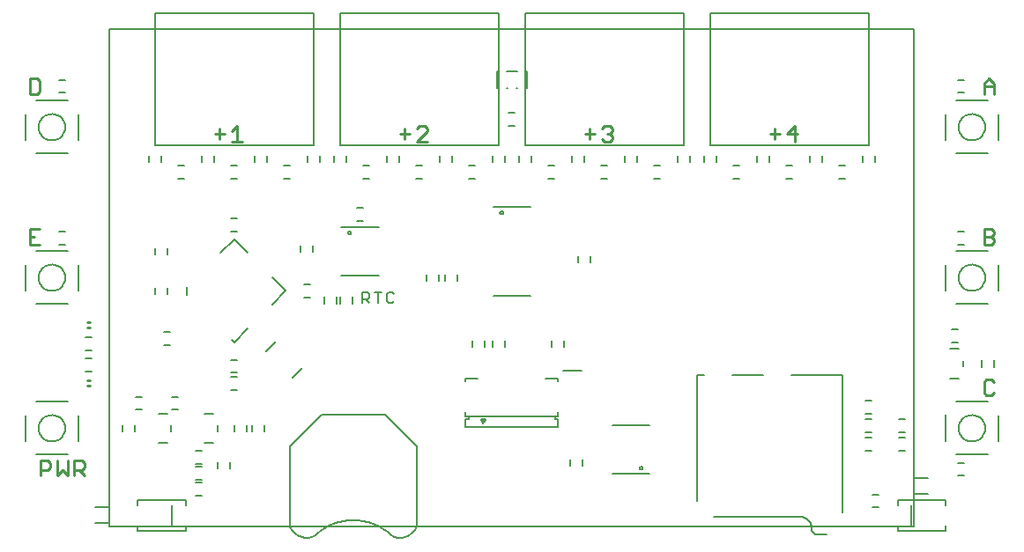
<source format=gto>
G75*
%MOIN*%
%OFA0B0*%
%FSLAX24Y24*%
%IPPOS*%
%LPD*%
%AMOC8*
5,1,8,0,0,1.08239X$1,22.5*
%
%ADD10C,0.0110*%
%ADD11C,0.0080*%
%ADD12C,0.0060*%
%ADD13C,0.0050*%
%ADD14C,0.0100*%
D10*
X017415Y018898D02*
X017415Y019489D01*
X017710Y019489D01*
X017808Y019390D01*
X017808Y019194D01*
X017710Y019095D01*
X017415Y019095D01*
X018059Y018898D02*
X018059Y019489D01*
X018453Y019489D02*
X018453Y018898D01*
X018256Y019095D01*
X018059Y018898D01*
X018704Y018898D02*
X018704Y019489D01*
X018999Y019489D01*
X019097Y019390D01*
X019097Y019194D01*
X018999Y019095D01*
X018704Y019095D01*
X018900Y019095D02*
X019097Y018898D01*
X017408Y027648D02*
X017015Y027648D01*
X017015Y028239D01*
X017408Y028239D01*
X017211Y027944D02*
X017015Y027944D01*
X024015Y031844D02*
X024408Y031844D01*
X024659Y031942D02*
X024856Y032139D01*
X024856Y031548D01*
X024659Y031548D02*
X025053Y031548D01*
X024211Y031647D02*
X024211Y032040D01*
X031015Y031844D02*
X031408Y031844D01*
X031211Y032040D02*
X031211Y031647D01*
X031659Y031548D02*
X032053Y031942D01*
X032053Y032040D01*
X031954Y032139D01*
X031757Y032139D01*
X031659Y032040D01*
X031659Y031548D02*
X032053Y031548D01*
X038015Y031844D02*
X038408Y031844D01*
X038211Y032040D02*
X038211Y031647D01*
X038659Y031647D02*
X038757Y031548D01*
X038954Y031548D01*
X039053Y031647D01*
X039053Y031745D01*
X038954Y031844D01*
X038856Y031844D01*
X038954Y031844D02*
X039053Y031942D01*
X039053Y032040D01*
X038954Y032139D01*
X038757Y032139D01*
X038659Y032040D01*
X045015Y031844D02*
X045408Y031844D01*
X045659Y031844D02*
X045954Y032139D01*
X045954Y031548D01*
X046053Y031844D02*
X045659Y031844D01*
X045211Y032040D02*
X045211Y031647D01*
X053115Y033348D02*
X053115Y033742D01*
X053311Y033939D01*
X053508Y033742D01*
X053508Y033348D01*
X053508Y033644D02*
X053115Y033644D01*
X053115Y028239D02*
X053410Y028239D01*
X053508Y028140D01*
X053508Y028042D01*
X053410Y027944D01*
X053115Y027944D01*
X053410Y027944D02*
X053508Y027845D01*
X053508Y027747D01*
X053410Y027648D01*
X053115Y027648D01*
X053115Y028239D01*
X053213Y022539D02*
X053115Y022440D01*
X053115Y022047D01*
X053213Y021948D01*
X053410Y021948D01*
X053508Y022047D01*
X053508Y022440D02*
X053410Y022539D01*
X053213Y022539D01*
X017408Y033447D02*
X017408Y033840D01*
X017310Y033939D01*
X017015Y033939D01*
X017015Y033348D01*
X017310Y033348D01*
X017408Y033447D01*
D11*
X017253Y033093D02*
X018466Y033093D01*
X018860Y032581D02*
X018860Y031593D01*
X018466Y031093D02*
X017253Y031093D01*
X016860Y031605D02*
X016860Y032581D01*
X017360Y032093D02*
X017362Y032137D01*
X017368Y032181D01*
X017378Y032224D01*
X017391Y032266D01*
X017408Y032307D01*
X017429Y032346D01*
X017453Y032383D01*
X017480Y032418D01*
X017510Y032450D01*
X017543Y032480D01*
X017579Y032506D01*
X017616Y032530D01*
X017656Y032549D01*
X017697Y032566D01*
X017740Y032578D01*
X017783Y032587D01*
X017827Y032592D01*
X017871Y032593D01*
X017915Y032590D01*
X017959Y032583D01*
X018002Y032572D01*
X018044Y032558D01*
X018084Y032540D01*
X018123Y032518D01*
X018159Y032494D01*
X018193Y032466D01*
X018225Y032435D01*
X018254Y032401D01*
X018280Y032365D01*
X018302Y032327D01*
X018321Y032287D01*
X018336Y032245D01*
X018348Y032203D01*
X018356Y032159D01*
X018360Y032115D01*
X018360Y032071D01*
X018356Y032027D01*
X018348Y031983D01*
X018336Y031941D01*
X018321Y031899D01*
X018302Y031859D01*
X018280Y031821D01*
X018254Y031785D01*
X018225Y031751D01*
X018193Y031720D01*
X018159Y031692D01*
X018123Y031668D01*
X018084Y031646D01*
X018044Y031628D01*
X018002Y031614D01*
X017959Y031603D01*
X017915Y031596D01*
X017871Y031593D01*
X017827Y031594D01*
X017783Y031599D01*
X017740Y031608D01*
X017697Y031620D01*
X017656Y031637D01*
X017616Y031656D01*
X017579Y031680D01*
X017543Y031706D01*
X017510Y031736D01*
X017480Y031768D01*
X017453Y031803D01*
X017429Y031840D01*
X017408Y031879D01*
X017391Y031920D01*
X017378Y031962D01*
X017368Y032005D01*
X017362Y032049D01*
X017360Y032093D01*
X017253Y027393D02*
X018466Y027393D01*
X018860Y026881D02*
X018860Y025893D01*
X018466Y025393D02*
X017253Y025393D01*
X016860Y025905D02*
X016860Y026881D01*
X017360Y026393D02*
X017362Y026437D01*
X017368Y026481D01*
X017378Y026524D01*
X017391Y026566D01*
X017408Y026607D01*
X017429Y026646D01*
X017453Y026683D01*
X017480Y026718D01*
X017510Y026750D01*
X017543Y026780D01*
X017579Y026806D01*
X017616Y026830D01*
X017656Y026849D01*
X017697Y026866D01*
X017740Y026878D01*
X017783Y026887D01*
X017827Y026892D01*
X017871Y026893D01*
X017915Y026890D01*
X017959Y026883D01*
X018002Y026872D01*
X018044Y026858D01*
X018084Y026840D01*
X018123Y026818D01*
X018159Y026794D01*
X018193Y026766D01*
X018225Y026735D01*
X018254Y026701D01*
X018280Y026665D01*
X018302Y026627D01*
X018321Y026587D01*
X018336Y026545D01*
X018348Y026503D01*
X018356Y026459D01*
X018360Y026415D01*
X018360Y026371D01*
X018356Y026327D01*
X018348Y026283D01*
X018336Y026241D01*
X018321Y026199D01*
X018302Y026159D01*
X018280Y026121D01*
X018254Y026085D01*
X018225Y026051D01*
X018193Y026020D01*
X018159Y025992D01*
X018123Y025968D01*
X018084Y025946D01*
X018044Y025928D01*
X018002Y025914D01*
X017959Y025903D01*
X017915Y025896D01*
X017871Y025893D01*
X017827Y025894D01*
X017783Y025899D01*
X017740Y025908D01*
X017697Y025920D01*
X017656Y025937D01*
X017616Y025956D01*
X017579Y025980D01*
X017543Y026006D01*
X017510Y026036D01*
X017480Y026068D01*
X017453Y026103D01*
X017429Y026140D01*
X017408Y026179D01*
X017391Y026220D01*
X017378Y026262D01*
X017368Y026305D01*
X017362Y026349D01*
X017360Y026393D01*
X022950Y026033D02*
X022950Y025754D01*
X024648Y024056D02*
X024760Y023945D01*
X025275Y024460D01*
X025977Y023613D02*
X026339Y023975D01*
X027342Y022973D02*
X026980Y022611D01*
X028060Y021193D02*
X030460Y021193D01*
X031660Y019993D01*
X031660Y016993D01*
X031639Y016945D01*
X031615Y016899D01*
X031588Y016855D01*
X031557Y016813D01*
X031523Y016773D01*
X031487Y016736D01*
X031448Y016702D01*
X031406Y016671D01*
X031362Y016643D01*
X031316Y016618D01*
X031269Y016597D01*
X031220Y016579D01*
X031170Y016566D01*
X031118Y016555D01*
X031067Y016549D01*
X031015Y016547D01*
X030963Y016549D01*
X030911Y016554D01*
X030860Y016563D01*
X030809Y016577D01*
X030760Y016593D01*
X030695Y016655D01*
X030627Y016715D01*
X030557Y016771D01*
X030485Y016825D01*
X030410Y016875D01*
X030333Y016922D01*
X030255Y016966D01*
X030174Y017007D01*
X030092Y017044D01*
X030009Y017077D01*
X029924Y017107D01*
X029838Y017134D01*
X029751Y017156D01*
X029663Y017175D01*
X029574Y017191D01*
X029485Y017202D01*
X029395Y017210D01*
X029305Y017214D01*
X029215Y017214D01*
X029125Y017210D01*
X029035Y017202D01*
X028946Y017191D01*
X028857Y017175D01*
X028769Y017156D01*
X028682Y017134D01*
X028596Y017107D01*
X028511Y017077D01*
X028428Y017044D01*
X028346Y017007D01*
X028265Y016966D01*
X028187Y016922D01*
X028110Y016875D01*
X028035Y016825D01*
X027963Y016771D01*
X027893Y016715D01*
X027825Y016655D01*
X027760Y016593D01*
X027711Y016577D01*
X027660Y016563D01*
X027609Y016554D01*
X027557Y016549D01*
X027505Y016547D01*
X027453Y016549D01*
X027402Y016555D01*
X027350Y016566D01*
X027300Y016579D01*
X027251Y016597D01*
X027204Y016618D01*
X027158Y016643D01*
X027114Y016671D01*
X027072Y016702D01*
X027033Y016736D01*
X026997Y016773D01*
X026963Y016813D01*
X026932Y016855D01*
X026905Y016899D01*
X026881Y016945D01*
X026860Y016993D01*
X026860Y019993D01*
X028060Y021193D01*
X024129Y020799D02*
X024129Y020588D01*
X023979Y020133D02*
X023640Y020133D01*
X023640Y021253D02*
X023979Y021253D01*
X022379Y020799D02*
X022379Y020588D01*
X022229Y020133D02*
X021890Y020133D01*
X021890Y021253D02*
X022229Y021253D01*
X018860Y021181D02*
X018860Y020193D01*
X018466Y019693D02*
X017253Y019693D01*
X016860Y020205D02*
X016860Y021181D01*
X017253Y021693D02*
X018466Y021693D01*
X017360Y020693D02*
X017362Y020737D01*
X017368Y020781D01*
X017378Y020824D01*
X017391Y020866D01*
X017408Y020907D01*
X017429Y020946D01*
X017453Y020983D01*
X017480Y021018D01*
X017510Y021050D01*
X017543Y021080D01*
X017579Y021106D01*
X017616Y021130D01*
X017656Y021149D01*
X017697Y021166D01*
X017740Y021178D01*
X017783Y021187D01*
X017827Y021192D01*
X017871Y021193D01*
X017915Y021190D01*
X017959Y021183D01*
X018002Y021172D01*
X018044Y021158D01*
X018084Y021140D01*
X018123Y021118D01*
X018159Y021094D01*
X018193Y021066D01*
X018225Y021035D01*
X018254Y021001D01*
X018280Y020965D01*
X018302Y020927D01*
X018321Y020887D01*
X018336Y020845D01*
X018348Y020803D01*
X018356Y020759D01*
X018360Y020715D01*
X018360Y020671D01*
X018356Y020627D01*
X018348Y020583D01*
X018336Y020541D01*
X018321Y020499D01*
X018302Y020459D01*
X018280Y020421D01*
X018254Y020385D01*
X018225Y020351D01*
X018193Y020320D01*
X018159Y020292D01*
X018123Y020268D01*
X018084Y020246D01*
X018044Y020228D01*
X018002Y020214D01*
X017959Y020203D01*
X017915Y020196D01*
X017871Y020193D01*
X017827Y020194D01*
X017783Y020199D01*
X017740Y020208D01*
X017697Y020220D01*
X017656Y020237D01*
X017616Y020256D01*
X017579Y020280D01*
X017543Y020306D01*
X017510Y020336D01*
X017480Y020368D01*
X017453Y020403D01*
X017429Y020440D01*
X017408Y020479D01*
X017391Y020520D01*
X017378Y020562D01*
X017368Y020605D01*
X017362Y020649D01*
X017360Y020693D01*
X021104Y017964D02*
X022915Y017964D01*
X022915Y017787D01*
X022403Y017787D02*
X022403Y017000D01*
X022915Y017000D02*
X022915Y016822D01*
X021104Y016822D01*
X021104Y017000D01*
X021104Y017787D02*
X021104Y017964D01*
X020010Y017693D02*
X019510Y017693D01*
X019510Y017093D02*
X020010Y017093D01*
X026193Y025378D02*
X026708Y025893D01*
X026193Y026408D01*
X025275Y027327D02*
X024760Y027842D01*
X024244Y027327D01*
X029063Y028103D02*
X029065Y028118D01*
X029071Y028131D01*
X029080Y028143D01*
X029091Y028152D01*
X029105Y028158D01*
X029120Y028160D01*
X029135Y028158D01*
X029148Y028152D01*
X029160Y028143D01*
X029169Y028132D01*
X029175Y028118D01*
X029177Y028103D01*
X029175Y028088D01*
X029169Y028075D01*
X029160Y028063D01*
X029149Y028054D01*
X029135Y028048D01*
X029120Y028046D01*
X029105Y028048D01*
X029092Y028054D01*
X029080Y028063D01*
X029071Y028074D01*
X029065Y028088D01*
X029063Y028103D01*
X029600Y025854D02*
X029810Y025854D01*
X029880Y025784D01*
X029880Y025643D01*
X029810Y025573D01*
X029600Y025573D01*
X029740Y025573D02*
X029880Y025433D01*
X029600Y025433D02*
X029600Y025854D01*
X030060Y025854D02*
X030340Y025854D01*
X030200Y025854D02*
X030200Y025433D01*
X030520Y025503D02*
X030520Y025784D01*
X030590Y025854D01*
X030730Y025854D01*
X030801Y025784D01*
X030801Y025503D02*
X030730Y025433D01*
X030590Y025433D01*
X030520Y025503D01*
X033508Y022563D02*
X033980Y022563D01*
X033508Y022563D02*
X033508Y022484D01*
X033508Y021303D02*
X033508Y021145D01*
X033626Y021145D01*
X036893Y021145D01*
X037011Y021145D01*
X037011Y021303D01*
X036893Y021145D02*
X036893Y021027D01*
X037011Y021027D01*
X037011Y020752D01*
X033508Y020752D01*
X033508Y021027D01*
X033626Y021027D01*
X033626Y021145D01*
X034098Y021027D02*
X034177Y020870D01*
X034256Y021027D01*
X034098Y021027D01*
X034099Y021025D02*
X034254Y021025D01*
X034215Y020946D02*
X034139Y020946D01*
X036539Y022563D02*
X037011Y022563D01*
X037011Y022484D01*
X040093Y019183D02*
X040095Y019198D01*
X040101Y019211D01*
X040110Y019223D01*
X040121Y019232D01*
X040135Y019238D01*
X040150Y019240D01*
X040165Y019238D01*
X040178Y019232D01*
X040190Y019223D01*
X040199Y019212D01*
X040205Y019198D01*
X040207Y019183D01*
X040205Y019168D01*
X040199Y019155D01*
X040190Y019143D01*
X040179Y019134D01*
X040165Y019128D01*
X040150Y019126D01*
X040135Y019128D01*
X040122Y019134D01*
X040110Y019143D01*
X040101Y019154D01*
X040095Y019168D01*
X040093Y019183D01*
X042260Y017930D02*
X042260Y022693D01*
X042535Y022693D01*
X043598Y022693D02*
X044779Y022693D01*
X045842Y022693D02*
X047771Y022693D01*
X047771Y017496D01*
X047181Y016670D02*
X046866Y016670D01*
X046834Y016669D01*
X046803Y016673D01*
X046772Y016680D01*
X046742Y016691D01*
X046714Y016705D01*
X046688Y016723D01*
X046664Y016744D01*
X046643Y016768D01*
X046625Y016794D01*
X046611Y016822D01*
X046600Y016852D01*
X046593Y016883D01*
X046589Y016914D01*
X046590Y016946D01*
X046591Y016945D02*
X046588Y016983D01*
X046582Y017021D01*
X046572Y017058D01*
X046558Y017094D01*
X046542Y017129D01*
X046522Y017161D01*
X046499Y017192D01*
X046473Y017221D01*
X046444Y017247D01*
X046413Y017270D01*
X046381Y017290D01*
X046346Y017306D01*
X046310Y017320D01*
X046273Y017330D01*
X046235Y017336D01*
X046197Y017339D01*
X042889Y017339D01*
X049854Y017000D02*
X049854Y016822D01*
X051665Y016822D01*
X051665Y017000D01*
X051665Y017787D02*
X051665Y017964D01*
X049854Y017964D01*
X049854Y017787D01*
X050366Y017787D02*
X050366Y017000D01*
X050510Y018198D02*
X051010Y018198D01*
X051010Y018798D02*
X050510Y018798D01*
X052053Y019693D02*
X053266Y019693D01*
X053660Y020205D02*
X053660Y021181D01*
X053266Y021693D02*
X052053Y021693D01*
X051660Y021193D02*
X051660Y020205D01*
X052160Y020693D02*
X052162Y020737D01*
X052168Y020781D01*
X052178Y020824D01*
X052191Y020866D01*
X052208Y020907D01*
X052229Y020946D01*
X052253Y020983D01*
X052280Y021018D01*
X052310Y021050D01*
X052343Y021080D01*
X052379Y021106D01*
X052416Y021130D01*
X052456Y021149D01*
X052497Y021166D01*
X052540Y021178D01*
X052583Y021187D01*
X052627Y021192D01*
X052671Y021193D01*
X052715Y021190D01*
X052759Y021183D01*
X052802Y021172D01*
X052844Y021158D01*
X052884Y021140D01*
X052923Y021118D01*
X052959Y021094D01*
X052993Y021066D01*
X053025Y021035D01*
X053054Y021001D01*
X053080Y020965D01*
X053102Y020927D01*
X053121Y020887D01*
X053136Y020845D01*
X053148Y020803D01*
X053156Y020759D01*
X053160Y020715D01*
X053160Y020671D01*
X053156Y020627D01*
X053148Y020583D01*
X053136Y020541D01*
X053121Y020499D01*
X053102Y020459D01*
X053080Y020421D01*
X053054Y020385D01*
X053025Y020351D01*
X052993Y020320D01*
X052959Y020292D01*
X052923Y020268D01*
X052884Y020246D01*
X052844Y020228D01*
X052802Y020214D01*
X052759Y020203D01*
X052715Y020196D01*
X052671Y020193D01*
X052627Y020194D01*
X052583Y020199D01*
X052540Y020208D01*
X052497Y020220D01*
X052456Y020237D01*
X052416Y020256D01*
X052379Y020280D01*
X052343Y020306D01*
X052310Y020336D01*
X052280Y020368D01*
X052253Y020403D01*
X052229Y020440D01*
X052208Y020479D01*
X052191Y020520D01*
X052178Y020562D01*
X052168Y020605D01*
X052162Y020649D01*
X052160Y020693D01*
X052179Y022583D02*
X051840Y022583D01*
X052329Y023038D02*
X052329Y023249D01*
X052179Y023703D02*
X051840Y023703D01*
X052053Y025393D02*
X053266Y025393D01*
X053660Y025893D02*
X053660Y026881D01*
X053266Y027393D02*
X052053Y027393D01*
X051660Y026881D02*
X051660Y025905D01*
X052160Y026393D02*
X052162Y026437D01*
X052168Y026481D01*
X052178Y026524D01*
X052191Y026566D01*
X052208Y026607D01*
X052229Y026646D01*
X052253Y026683D01*
X052280Y026718D01*
X052310Y026750D01*
X052343Y026780D01*
X052379Y026806D01*
X052416Y026830D01*
X052456Y026849D01*
X052497Y026866D01*
X052540Y026878D01*
X052583Y026887D01*
X052627Y026892D01*
X052671Y026893D01*
X052715Y026890D01*
X052759Y026883D01*
X052802Y026872D01*
X052844Y026858D01*
X052884Y026840D01*
X052923Y026818D01*
X052959Y026794D01*
X052993Y026766D01*
X053025Y026735D01*
X053054Y026701D01*
X053080Y026665D01*
X053102Y026627D01*
X053121Y026587D01*
X053136Y026545D01*
X053148Y026503D01*
X053156Y026459D01*
X053160Y026415D01*
X053160Y026371D01*
X053156Y026327D01*
X053148Y026283D01*
X053136Y026241D01*
X053121Y026199D01*
X053102Y026159D01*
X053080Y026121D01*
X053054Y026085D01*
X053025Y026051D01*
X052993Y026020D01*
X052959Y025992D01*
X052923Y025968D01*
X052884Y025946D01*
X052844Y025928D01*
X052802Y025914D01*
X052759Y025903D01*
X052715Y025896D01*
X052671Y025893D01*
X052627Y025894D01*
X052583Y025899D01*
X052540Y025908D01*
X052497Y025920D01*
X052456Y025937D01*
X052416Y025956D01*
X052379Y025980D01*
X052343Y026006D01*
X052310Y026036D01*
X052280Y026068D01*
X052253Y026103D01*
X052229Y026140D01*
X052208Y026179D01*
X052191Y026220D01*
X052178Y026262D01*
X052168Y026305D01*
X052162Y026349D01*
X052160Y026393D01*
X052053Y031093D02*
X053266Y031093D01*
X053660Y031593D02*
X053660Y032581D01*
X053266Y033093D02*
X052053Y033093D01*
X051660Y032581D02*
X051660Y031605D01*
X052160Y032093D02*
X052162Y032137D01*
X052168Y032181D01*
X052178Y032224D01*
X052191Y032266D01*
X052208Y032307D01*
X052229Y032346D01*
X052253Y032383D01*
X052280Y032418D01*
X052310Y032450D01*
X052343Y032480D01*
X052379Y032506D01*
X052416Y032530D01*
X052456Y032549D01*
X052497Y032566D01*
X052540Y032578D01*
X052583Y032587D01*
X052627Y032592D01*
X052671Y032593D01*
X052715Y032590D01*
X052759Y032583D01*
X052802Y032572D01*
X052844Y032558D01*
X052884Y032540D01*
X052923Y032518D01*
X052959Y032494D01*
X052993Y032466D01*
X053025Y032435D01*
X053054Y032401D01*
X053080Y032365D01*
X053102Y032327D01*
X053121Y032287D01*
X053136Y032245D01*
X053148Y032203D01*
X053156Y032159D01*
X053160Y032115D01*
X053160Y032071D01*
X053156Y032027D01*
X053148Y031983D01*
X053136Y031941D01*
X053121Y031899D01*
X053102Y031859D01*
X053080Y031821D01*
X053054Y031785D01*
X053025Y031751D01*
X052993Y031720D01*
X052959Y031692D01*
X052923Y031668D01*
X052884Y031646D01*
X052844Y031628D01*
X052802Y031614D01*
X052759Y031603D01*
X052715Y031596D01*
X052671Y031593D01*
X052627Y031594D01*
X052583Y031599D01*
X052540Y031608D01*
X052497Y031620D01*
X052456Y031637D01*
X052416Y031656D01*
X052379Y031680D01*
X052343Y031706D01*
X052310Y031736D01*
X052280Y031768D01*
X052253Y031803D01*
X052229Y031840D01*
X052208Y031879D01*
X052191Y031920D01*
X052178Y031962D01*
X052168Y032005D01*
X052162Y032049D01*
X052160Y032093D01*
X034813Y028853D02*
X034815Y028868D01*
X034821Y028881D01*
X034830Y028893D01*
X034841Y028902D01*
X034855Y028908D01*
X034870Y028910D01*
X034885Y028908D01*
X034898Y028902D01*
X034910Y028893D01*
X034919Y028882D01*
X034925Y028868D01*
X034927Y028853D01*
X034925Y028838D01*
X034919Y028825D01*
X034910Y028813D01*
X034899Y028804D01*
X034885Y028798D01*
X034870Y028796D01*
X034855Y028798D01*
X034842Y028804D01*
X034830Y028813D01*
X034821Y028824D01*
X034815Y028838D01*
X034813Y028853D01*
D12*
X034550Y029073D02*
X035969Y029073D01*
X036641Y030157D02*
X036878Y030157D01*
X036878Y030630D02*
X036641Y030630D01*
X035996Y030775D02*
X035996Y031011D01*
X035523Y031011D02*
X035523Y030775D01*
X034996Y030775D02*
X034996Y031011D01*
X034523Y031011D02*
X034523Y030775D01*
X033878Y030630D02*
X033641Y030630D01*
X033641Y030157D02*
X033878Y030157D01*
X032996Y030775D02*
X032996Y031011D01*
X032523Y031011D02*
X032523Y030775D01*
X031878Y030630D02*
X031641Y030630D01*
X031641Y030157D02*
X031878Y030157D01*
X030996Y030775D02*
X030996Y031011D01*
X030523Y031011D02*
X030523Y030775D01*
X029878Y030630D02*
X029641Y030630D01*
X029641Y030157D02*
X029878Y030157D01*
X028996Y030775D02*
X028996Y031011D01*
X028523Y031011D02*
X028523Y030775D01*
X027996Y030775D02*
X027996Y031011D01*
X027523Y031011D02*
X027523Y030775D01*
X026878Y030630D02*
X026641Y030630D01*
X026641Y030157D02*
X026878Y030157D01*
X025996Y030775D02*
X025996Y031011D01*
X025523Y031011D02*
X025523Y030775D01*
X024878Y030630D02*
X024641Y030630D01*
X024641Y030157D02*
X024878Y030157D01*
X023996Y030775D02*
X023996Y031011D01*
X023523Y031011D02*
X023523Y030775D01*
X022878Y030630D02*
X022641Y030630D01*
X022641Y030157D02*
X022878Y030157D01*
X021996Y030775D02*
X021996Y031011D01*
X021523Y031011D02*
X021523Y030775D01*
X024641Y028630D02*
X024878Y028630D01*
X024878Y028157D02*
X024641Y028157D01*
X022246Y027511D02*
X022246Y027275D01*
X021773Y027275D02*
X021773Y027511D01*
X021773Y026011D02*
X021773Y025775D01*
X022246Y025775D02*
X022246Y026011D01*
X022328Y024330D02*
X022091Y024330D01*
X022091Y023857D02*
X022328Y023857D01*
X024641Y023280D02*
X024878Y023280D01*
X024878Y022807D02*
X024641Y022807D01*
X024641Y022630D02*
X024878Y022630D01*
X024878Y022157D02*
X024641Y022157D01*
X024773Y020811D02*
X024773Y020575D01*
X025246Y020575D02*
X025246Y020811D01*
X025423Y020811D02*
X025423Y020575D01*
X025896Y020575D02*
X025896Y020811D01*
X024596Y019411D02*
X024596Y019175D01*
X024123Y019175D02*
X024123Y019411D01*
X023528Y019357D02*
X023291Y019357D01*
X023291Y019230D02*
X023528Y019230D01*
X023528Y019830D02*
X023291Y019830D01*
X023291Y018757D02*
X023528Y018757D01*
X023528Y018630D02*
X023291Y018630D01*
X023291Y018157D02*
X023528Y018157D01*
X020996Y020575D02*
X020996Y020811D01*
X020523Y020811D02*
X020523Y020575D01*
X021041Y021407D02*
X021278Y021407D01*
X021278Y021880D02*
X021041Y021880D01*
X022391Y021880D02*
X022628Y021880D01*
X022628Y021407D02*
X022391Y021407D01*
X019378Y022857D02*
X019141Y022857D01*
X019141Y023330D02*
X019378Y023330D01*
X019378Y023657D02*
X019141Y023657D01*
X019141Y024130D02*
X019378Y024130D01*
X018378Y027657D02*
X018141Y027657D01*
X018141Y028130D02*
X018378Y028130D01*
X018378Y033407D02*
X018141Y033407D01*
X018141Y033880D02*
X018378Y033880D01*
X027273Y027611D02*
X027273Y027375D01*
X027746Y027375D02*
X027746Y027611D01*
X028800Y028323D02*
X030219Y028323D01*
X029628Y028557D02*
X029391Y028557D01*
X029391Y029030D02*
X029628Y029030D01*
X030219Y026463D02*
X028800Y026463D01*
X028773Y025661D02*
X028773Y025425D01*
X028646Y025425D02*
X028646Y025661D01*
X028173Y025661D02*
X028173Y025425D01*
X027628Y025657D02*
X027391Y025657D01*
X027391Y026130D02*
X027628Y026130D01*
X029246Y025661D02*
X029246Y025425D01*
X032023Y026275D02*
X032023Y026511D01*
X032496Y026511D02*
X032496Y026275D01*
X032723Y026275D02*
X032723Y026511D01*
X033196Y026511D02*
X033196Y026275D01*
X034550Y025713D02*
X035969Y025713D01*
X036759Y024011D02*
X036759Y023775D01*
X037232Y023775D02*
X037232Y024011D01*
X034996Y024011D02*
X034996Y023775D01*
X034523Y023775D02*
X034523Y024011D01*
X034246Y024011D02*
X034246Y023775D01*
X033773Y023775D02*
X033773Y024011D01*
X037773Y026975D02*
X037773Y027211D01*
X038246Y027211D02*
X038246Y026975D01*
X038641Y030157D02*
X038878Y030157D01*
X038878Y030630D02*
X038641Y030630D01*
X037996Y030775D02*
X037996Y031011D01*
X037523Y031011D02*
X037523Y030775D01*
X035378Y032157D02*
X035141Y032157D01*
X035141Y032630D02*
X035378Y032630D01*
X035428Y033574D02*
X035465Y033574D01*
X035782Y033574D02*
X035819Y033574D01*
X035819Y034212D01*
X035782Y034212D01*
X035465Y034212D02*
X035054Y034212D01*
X034737Y034212D02*
X034700Y034212D01*
X034700Y033574D01*
X034737Y033574D01*
X035054Y033574D02*
X035091Y033574D01*
X039523Y031011D02*
X039523Y030775D01*
X039996Y030775D02*
X039996Y031011D01*
X040641Y030630D02*
X040878Y030630D01*
X040878Y030157D02*
X040641Y030157D01*
X041523Y030775D02*
X041523Y031011D01*
X041996Y031011D02*
X041996Y030775D01*
X042523Y030775D02*
X042523Y031011D01*
X042996Y031011D02*
X042996Y030775D01*
X043641Y030630D02*
X043878Y030630D01*
X043878Y030157D02*
X043641Y030157D01*
X044523Y030775D02*
X044523Y031011D01*
X044996Y031011D02*
X044996Y030775D01*
X045641Y030630D02*
X045878Y030630D01*
X045878Y030157D02*
X045641Y030157D01*
X046523Y030775D02*
X046523Y031011D01*
X046996Y031011D02*
X046996Y030775D01*
X047641Y030630D02*
X047878Y030630D01*
X047878Y030157D02*
X047641Y030157D01*
X048523Y030775D02*
X048523Y031011D01*
X048996Y031011D02*
X048996Y030775D01*
X052141Y033407D02*
X052378Y033407D01*
X052378Y033880D02*
X052141Y033880D01*
X052141Y028130D02*
X052378Y028130D01*
X052378Y027657D02*
X052141Y027657D01*
X052128Y024430D02*
X051891Y024430D01*
X051891Y023957D02*
X052128Y023957D01*
X053023Y023261D02*
X053023Y023025D01*
X053496Y023025D02*
X053496Y023261D01*
X050128Y021030D02*
X049891Y021030D01*
X049891Y020557D02*
X050128Y020557D01*
X050128Y020330D02*
X049891Y020330D01*
X049891Y019857D02*
X050128Y019857D01*
X048878Y019857D02*
X048641Y019857D01*
X048641Y020330D02*
X048878Y020330D01*
X048878Y020557D02*
X048641Y020557D01*
X048641Y021030D02*
X048878Y021030D01*
X048878Y021257D02*
X048641Y021257D01*
X048641Y021730D02*
X048878Y021730D01*
X052141Y019380D02*
X052378Y019380D01*
X052378Y018907D02*
X052141Y018907D01*
X049128Y018180D02*
X048891Y018180D01*
X048891Y017707D02*
X049128Y017707D01*
X040469Y018963D02*
X039050Y018963D01*
X037946Y019275D02*
X037946Y019511D01*
X037473Y019511D02*
X037473Y019275D01*
X039050Y020823D02*
X040469Y020823D01*
D13*
X020043Y016984D02*
X020043Y035803D01*
X050476Y035803D01*
X050476Y016984D01*
X020043Y016984D01*
X037189Y022878D02*
X037897Y022878D01*
X035760Y031393D02*
X035760Y036393D01*
X041760Y036393D01*
X041760Y031393D01*
X035760Y031393D01*
X034760Y031393D02*
X034760Y036393D01*
X028760Y036393D01*
X028760Y031393D01*
X034760Y031393D01*
X027760Y031393D02*
X027760Y036393D01*
X021760Y036393D01*
X021760Y031393D01*
X027760Y031393D01*
X042760Y031393D02*
X042760Y036393D01*
X048760Y036393D01*
X048760Y031393D01*
X042760Y031393D01*
D14*
X019310Y024693D02*
X019210Y024693D01*
X019210Y024493D02*
X019310Y024493D01*
X019310Y022493D02*
X019210Y022493D01*
X019210Y022293D02*
X019310Y022293D01*
M02*

</source>
